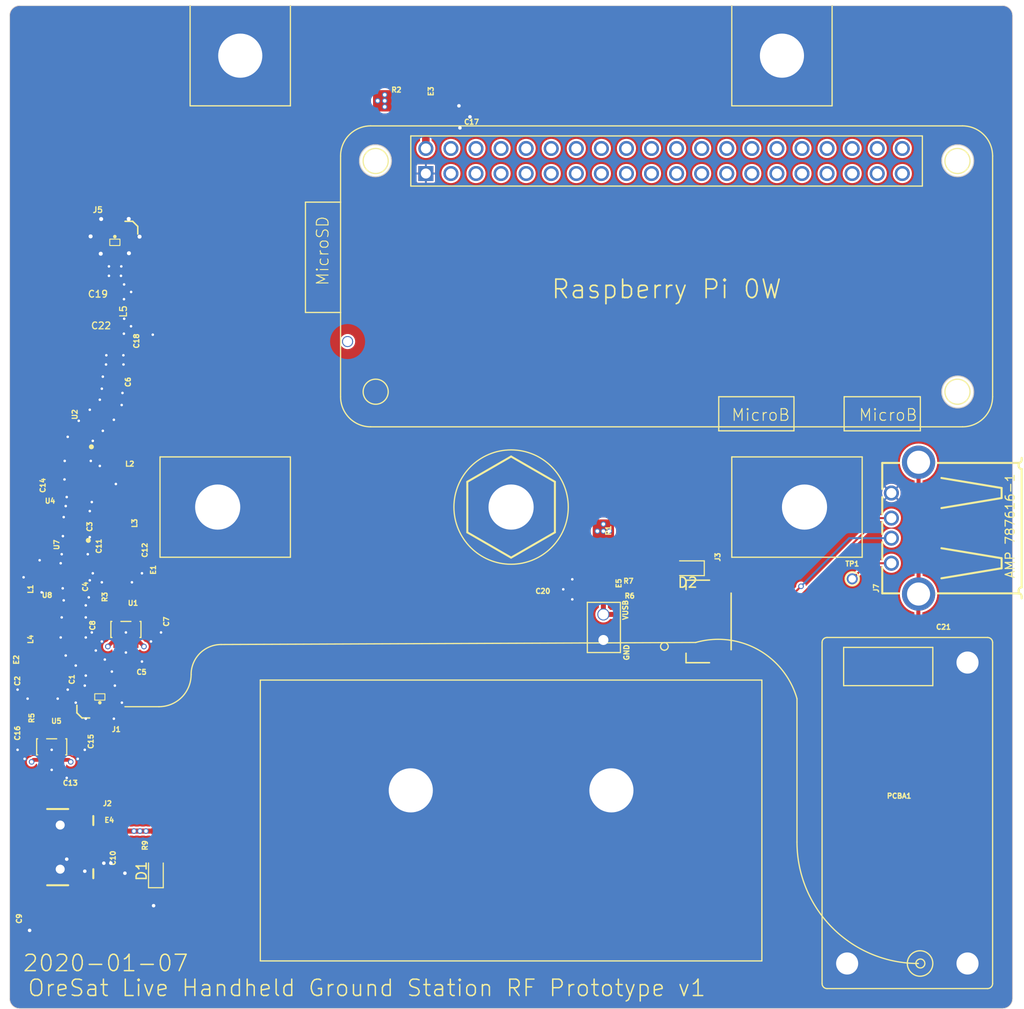
<source format=kicad_pcb>
(kicad_pcb (version 20240108) (generator "pcbnew") (generator_version "8.0")
  (layers (0 "F.Cu" signal) (1 "In1.Cu" signal) (2 "In2.Cu" signal) (31 "B.Cu" signal) (34 "B.Paste" user) (35 "F.Paste" user) (36 "B.SilkS" user "B.Silkscreen") (37 "F.SilkS" user "F.Silkscreen") (38 "B.Mask" user) (39 "F.Mask" user) (44 "Edge.Cuts" user))
  (net 0 "")
  (net 1 "GND")
  (net 2 "Net-(C1-Pad1)")
  (net 3 "Net-(U4-OUT)")
  (net 4 "Net-(U7-RF_IN)")
  (net 5 "Net-(U8-IN)")
  (net 6 "Net-(U7-RF_OUT)")
  (net 7 "VBUS")
  (net 8 "Net-(C18-Pad1)")
  (net 9 "Net-(U2-RF_IN)")
  (net 10 "Net-(U1-BYPASS)")
  (net 11 "Net-(U1-VOUT)")
  (net 12 "Net-(J2-SHIELD)")
  (net 13 "Net-(C11-Pad1)")
  (net 14 "Net-(U4-IN)")
  (net 15 "Net-(U2-RF_OUT)")
  (net 16 "Net-(U5-BYPASS)")
  (net 17 "Net-(U5-VOUT)")
  (net 18 "Net-(C17-Pad2)")
  (net 19 "Net-(C20-Pad2)")
  (net 20 "Net-(J7-CG1)")
  (net 21 "Net-(E1-Pad1)")
  (net 22 "Net-(E2-Pad1)")
  (net 23 "Net-(E3-Pad1)")
  (net 24 "Net-(E4-Pad1)")
  (net 25 "Net-(E5-Pad1)")
  (net 26 "Net-(J1-SIGNAL)")
  (net 27 "Net-(C18-Pad2)")
  (net 28 "Net-(J7-D-)")
  (net 29 "Net-(J3-Pad6)")
  (net 30 "Net-(J7-D+)")
  (net 31 "Net-(J7-VBUS)")
  (net 32 "Net-(L1-Pad2)")
  (net 33 "Net-(L2-Pad2)")
  (net 46 "Net-(J5-SIGNAL)")
  (net 47 "Net-(D1-A)")
  (net 48 "Net-(D2-A)")
  (net 49 "Net-(D2-K)")
  (footprint "oresat-passives:0603-B-NOSILK" (layer "F.Cu") (at 112.6011 116.7036 -90)
    (property "Reference" "C7")
    (property "Value" "10 nF")
  )
  (footprint "oresat-passives:L3216C" (layer "F.Cu") (at 101.7011 118.4036 -90)
    (property "Reference" "L4")
    (property "Value" "8n")
  )
  (footprint "oresat-passives:0603-B-NOSILK" (layer "F.Cu") (at 109.1011 137.3036)
    (property "Reference" "E4")
    (property "Value" "BLM18DN381SZ1D")
  )
  (footprint "oresat-passives:0603-B-NOSILK" (layer "F.Cu") (at 157.7011 109.1036 -90)
    (property "Reference" "R1")
    (property "Value" "0")
  )
  (footprint "oresat-passives:0402-C-NOSILK" (layer "F.Cu") (at 105.5011 103.1036 -90)
    (property "Reference" "C14")
    (property "Value" "100 pF")
  )
  (footprint "oresat-passives:0603-B-NOSILK" (layer "F.Cu") (at 140.0011 65.3036 -90)
    (property "Reference" "E3")
    (property "Value" "BLM18DN381SZ1D")
  )
  (footprint "oresat-passives:0402-C-NOSILK" (layer "F.Cu") (at 109.45 83.54 180)
    (property "Reference" "C19")
    (property "Value" "0.9 pF")
  )
  (footprint "LED_SMD:LED_0603_1608Metric_Pad1.05x0.95mm_HandSolder" (layer "F.Cu") (at 113.09 141.2875 90)
    (property "Reference" "D1")
    (property "Value" "Green")
  )
  (footprint "oresat-passives:0603-B-NOSILK" (layer "F.Cu") (at 137.7011 64.5036)
    (property "Reference" "R2")
    (property "Value" "0")
  )
  (footprint "oresat-misc:GHI2_USB_HOST_HORIZONTAL_W_CHASSIS_GND" (layer "F.Cu") (at 199.4011 107.1036 90)
    (property "Reference" "J7")
    (property "Value" "USB_HOST_W/CHASSIS_GND")
  )
  (footprint "oresat-passives:0402-C-NOSILK" (layer "F.Cu") (at 109.45 86.98)
    (property "Reference" "C22")
    (property "Value" "1.0 pF")
  )
  (footprint "oresat-passives:0402-C-NOSILK" (layer "F.Cu") (at 105.2011 107.0036 -90)
    (property "Reference" "C3")
    (property "Value" "100 pF")
  )
  (footprint "oresat-passives:0603-C-NOSILK" (layer "F.Cu") (at 103.3011 122.4036 -90)
    (property "Reference" "C1")
    (property "Value" "100 pF")
  )
  (footprint "" (layer "F.Cu") (at 138.5011 133.2436)
    (property "Reference" "@HOLE5" (hide yes))
    (property "Value" "")
  )
  (footprint "oresat-passives:0603-B-NOSILK" (layer "F.Cu") (at 102.5511 132.0036 180)
    (property "Reference" "C13")
    (property "Value" "1 uF")
  )
  (footprint "oresat-passives:0603-B-NOSILK" (layer "F.Cu") (at 162.8011 112.2036 180)
    (property "Reference" "R7")
    (property "Value" "1k")
  )
  (footprint "oresat-passives:L3216C" (layer "F.Cu") (at 109.2011 106.8036 -90)
    (property "Reference" "L3")
    (property "Value" "8n")
  )
  (footprint "oresat-passives:0603-B-NOSILK" (layer "F.Cu") (at 155.4011 113.2036)
    (property "Reference" "C20")
    (property "Value" "1 uF")
  )
  (footprint "oresat-misc:TestPoint-0.75mm-th" (layer "F.Cu") (at 182.51 112.16)
    (property "Reference" "TP1")
    (property "Value" "Test-Point" (hide yes))
  )
  (footprint "oresat-passives:0603-B-NOSILK" (layer "F.Cu") (at 110.0011 120.4036 180)
    (property "Reference" "C5")
    (property "Value" "1 uF")
  )
  (footprint "oresat-ics:QPQ1907" (layer "F.Cu") (at 105.5011 104.9036 90)
    (property "Reference" "U4")
    (property "Value" "QPQ1907" (hide yes))
  )
  (footprint "oresat-passives:0603-C-NOSILK" (layer "F.Cu") (at 100.5011 145.6036 90)
    (property "Reference" "C9")
    (property "Value" "100 pF")
  )
  (footprint "oresat-passives:0603-B-NOSILK" (layer "F.Cu") (at 101.8011 125.4036 90)
    (property "Reference" "R5")
    (property "Value" "0")
  )
  (footprint "oresat-ics:SOT-23 LP2985" (layer "F.Cu") (at 110.1011 117.2036 90)
    (property "Reference" "U1")
    (property "Value" "LP2985-N")
  )
  (footprint "oresat-connectors:USB-MINIB" (layer "F.Cu") (at 103.5511 138.9036)
    (property "Reference" "J2")
    (property "Value" "USB_C_Plug_USB2.0")
  )
  (footprint "oresat-ics:QPQ1907" (layer "F.Cu") (at 105.2011 114.3036 90)
    (property "Reference" "U8")
    (property "Value" "B39162B9417K610" (hide yes))
  )
  (footprint "oresat-passives:0603-C-NOSILK" (layer "F.Cu") (at 110.7011 110.8036 -90)
    (property "Reference" "C12")
    (property "Value" "1 uF")
  )
  (footprint "oresat-passives:0603-B-NOSILK" (layer "F.Cu") (at 157.7011 112.4036 -90)
    (property "Reference" "E5")
    (property "Value" "BLM18GG471SZ1D")
  )
  (footprint "oresat-passives:0603-B-NOSILK" (layer "F.Cu") (at 109.2011 113.8036 90)
    (property "Reference" "R3")
    (property "Value" "0")
  )
  (footprint "oresat-passives:0402-C-NOSILK" (layer "F.Cu") (at 109 85.53 -90)
    (property "Reference" "L5")
    (property "Value" "4.3 nH")
  )
  (footprint "oresat-passives:0603-B-NOSILK" (layer "F.Cu") (at 107.7011 116.7036 -90)
    (property "Reference" "C8")
    (property "Value" "2.2 uF")
  )
  (footprint "oresat-passives:0603-B-NOSILK" (layer "F.Cu") (at 162.8011 113.9036)
    (property "Reference" "R6")
    (property "Value" "0")
  )
  (footprint "" (layer "F.Cu") (at 158.5011 133.2436)
    (property "Reference" "@HOLE4" (hide yes))
    (property "Value" "")
  )
  (footprint "oresat-ics:SOT-23 LP2985" (layer "F.Cu") (at 102.7011 128.9036 90)
    (property "Reference" "U5")
    (property "Value" "LP2985-N")
  )
  (footprint "" (layer "F.Cu") (at 177.7511 105.0036)
    (property "Reference" "@HOLE1" (hide yes))
    (property "Value" "")
  )
  (footprint "oresat-connectors:CONN_SM06B-SRSS-TB_JST" (layer "F.Cu") (at 168.2011 116.4036 90)
    (property "Reference" "J3")
    (property "Value" "SM06B-SRSS-TB(LF)(SN)" (hide yes))
  )
  (footprint "" (layer "F.Cu") (at 175.5011 60.0036)
    (property "Reference" "@HOLE2" (hide yes))
    (property "Value" "")
  )
  (footprint "oresat-passives:0603-B-NOSILK" (layer "F.Cu") (at 105.1011 128.4036 -90)
    (property "Reference" "C15")
    (property "Value" "10 nF")
  )
  (footprint "oresat-passives:0402-C-NOSILK" (layer "F.Cu") (at 109 88.61 90)
    (property "Reference" "C18")
    (property "Value" "100 pF")
  )
  (footprint "" (layer "F.Cu") (at 121.5011 60.0036)
    (property "Reference" "@HOLE3" (hide yes))
    (property "Value" "")
  )
  (footprint "oresat-misc:RASP_PI_0W" (layer "F.Cu") (at 164.0011 82.0036)
    (property "Reference" "PCBA2" (hide yes))
    (property "Value" "RASP_PI_0WPI_0W" (hide yes))
  )
  (footprint "oresat-passives:L3216C" (layer "F.Cu") (at 101.7011 113.4036 -90)
    (property "Reference" "L1")
    (property "Value" "10n")
  )
  (footprint "LED_SMD:LED_0603_1608Metric_Pad1.05x0.95mm_HandSolder" (layer "F.Cu") (at 166.1 111.1 180)
    (property "Reference" "D2")
    (property "Value" "Green")
  )
  (footprint "oresat-passives:0603-B-NOSILK" (layer "F.Cu") (at 113.1011 138.1036 90)
    (property "Reference" "R9")
    (property "Value" "1k")
  )
  (footprint "" (layer "F.Cu") (at 148.5011 105.0036)
    (property "Reference" "@HOLE6" (hide yes))
    (property "Value" "")
  )
  (footprint "oresat-passives:0603-B-NOSILK" (layer "F.Cu") (at 109.2011 110.8036 90)
    (property "Reference" "E1")
    (property "Value" "BLM18GG471SZ1D")
  )
  (footprint "oresat-passives:0603-B-NOSILK" (layer "F.Cu") (at 142.5511 66.1036 180)
    (property "Reference" "C17")
    (property "Value" "1 uF")
  )
  (footprint "oresat-passives:0603-B-NOSILK" (layer "F.Cu") (at 100.3011 128.4036 -90)
    (property "Reference" "C16")
    (property "Value" "2.2 uF")
  )
  (footprint "oresat-connectors:U.FL" (layer "F.Cu") (at 108.9989 78.04 -90)
    (property "Reference" "J5")
    (property "Value" "132134-10")
  )
  (footprint "" (layer "F.Cu") (at 119.2511 105.0036)
    (property "Reference" "@HOLE0" (hide yes))
    (property "Value" "")
  )
  (footprint "oresat-passives:L3216C" (layer "F.Cu") (at 109.06 102.71)
    (property "Reference" "L2")
    (property "Value" "10n")
  )
  (footprint "oresat-passives:0603-C-NOSILK" (layer "F.Cu") (at 107.7011 110.8036 -90)
    (property "Reference" "C11")
    (property "Value" "100 pF")
  )
  (footprint "oresat-ics:TQP3M9037" (layer "F.Cu") (at 104.95 109.7 -90)
    (property "Reference" "U7")
    (property "Value" "TQP3M9037" (hide yes))
  )
  (footprint "oresat-passives:0603-C-NOSILK" (layer "F.Cu") (at 189.8011 116.5036 180)
    (property "Reference" "C21")
    (property "Value" "100 pF")
  )
  (footprint "oresat-ics:TQP3M9037" (layer "F.Cu") (at 105.26 100.37 -90)
    (property "Reference" "U2")
    (property "Value" "TQP3M9037" (hide yes))
  )
  (footprint "oresat-passives:0603-B-NOSILK" (layer "F.Cu") (at 101.8011 122.4036 90)
    (property "Reference" "E2")
    (property "Value" "BLM18GG471SZ1D")
  )
  (footprint "oresat-connectors:U.FL" (layer "F.Cu") (at 107.5011 124.5036 90)
    (property "Reference" "J1")
    (property "Value" "U.FL")
  )
  (footprint "oresat-passives:0402-C-NOSILK" (layer "F.Cu") (at 105.2011 112.3036 -90)
    (property "Reference" "C4")
    (property "Value" "100 pF")
  )
  (footprint "oresat-passives:0402-C-NOSILK" (layer "F.Cu") (at 109.0011 92.1536 -90)
    (property "Reference" "C6")
    (property "Value" "100 pF")
  )
  (footprint "oresat-passives:0603-C-NOSILK" (layer "F.Cu") (at 100.3011 122.4036 -90)
    (property "Reference" "C2")
    (property "Value" "1 uF")
  )
  (footprint "oresat-passives:0603-B-NOSILK" (layer "F.Cu") (at 109.9011 139.6036 90)
    (property "Reference" "C10")
    (property "Value" "1 uF")
  )
  (footprint "HGS_Reflector:WF-NP9202" (layer "F.Cu") (at 188.0011 135.5036)
    (property "Reference" "PCBA1")
    (property "Value" "WF-NP9202WF")
  )
  (gr_line (start 126.5011 100.0036) (end 126.5011 110.0036) (stroke (width 0.127)) (layer "F.SilkS"))
  (gr_line (start 148.5011 99.9626) (end 152.8667 102.4831) (stroke (width 0.2)) (layer "F.SilkS"))
  (gr_arc (start 189.1011 150.5036) (mid 180.545108 146.959592) (end 177.0011 138.4036) (stroke (width 0.127)) (layer "F.SilkS"))
  (gr_line (start 183.5011 110.0036) (end 170.5011 110.0036) (stroke (width 0.127)) (layer "F.SilkS"))
  (gr_line (start 166.9011 118.5036) (end 119.6011 118.7036) (stroke (width 0.127)) (layer "F.SilkS"))
  (gr_line (start 177.0011 138.4036) (end 177.0011 124.1036) (stroke (width 0.127)) (layer "F.SilkS"))
  (gr_line (start 126.5011 55.0036) (end 126.5011 65.0036) (stroke (width 0.127)) (layer "F.SilkS"))
  (gr_line (start 152.8667 107.5241) (end 148.5011 110.0446) (stroke (width 0.2)) (layer "F.SilkS"))
  (gr_circle (center 148.5011 105.0036) (end 154.2011 105.0036) (stroke (width 0.127)) (fill none) (layer "F.SilkS"))
  (gr_line (start 152.8667 102.4831) (end 152.8667 107.5241) (stroke (width 0.2)) (layer "F.SilkS"))
  (gr_line (start 148.5011 110.044591) (end 152.866718 107.524091) (stroke (width 0.127)) (layer "F.SilkS"))
  (gr_line (start 170.5011 100.0036) (end 183.5011 100.0036) (stroke (width 0.127)) (layer "F.SilkS"))
  (gr_line (start 150.683909 101.22286) (end 148.5011 99.96261) (stroke (width 0.127)) (layer "F.SilkS"))
  (gr_line (start 146.31829 108.784341) (end 148.5011 110.044591) (stroke (width 0.127)) (layer "F.SilkS"))
  (gr_line (start 152.866718 107.524091) (end 152.866718 102.4831) (stroke (width 0.127)) (layer "F.SilkS"))
  (gr_line (start 113.5011 110.0036) (end 113.5011 100.0036) (stroke (width 0.127)) (layer "F.SilkS"))
  (gr_line (start 148.5011 110.0446) (end 144.1355 107.5241) (stroke (width 0.2)) (layer "F.SilkS"))
  (gr_line (start 148.5011 99.96261) (end 146.31829 101.22286) (stroke (width 0.127)) (layer "F.SilkS"))
  (gr_line (start 126.5011 110.0036) (end 113.5011 110.0036) (stroke (width 0.127)) (layer "F.SilkS"))
  (gr_line (start 183.5011 100.0036) (end 183.5011 110.0036) (stroke (width 0.127)) (layer "F.SilkS"))
  (gr_arc (start 116.6011 121.7036) (mid 115.663842 123.966342) (end 113.4011 124.9036) (stroke (width 0.127)) (layer "F.SilkS"))
  (gr_arc (start 116.6011 121.7036) (mid 117.47978 119.58228) (end 119.6011 118.7036) (stroke (width 0.127)) (layer "F.SilkS"))
  (gr_line (start 144.1355 107.5241) (end 144.1355 102.4831) (stroke (width 0.2)) (layer "F.SilkS"))
  (gr_line (start 159.4011 119.5036) (end 156.1011 119.5036) (stroke (width 0.127)) (layer "F.SilkS"))
  (gr_line (start 152.866718 102.4831) (end 150.683909 101.22286) (stroke (width 0.127)) (layer "F.SilkS"))
  (gr_line (start 144.135468 102.4831) (end 144.135468 107.524091) (stroke (width 0.127)) (layer "F.SilkS"))
  (gr_line (start 173.5011 122.24826) (end 173.5011 150.24826) (stroke (width 0.127)) (layer "F.SilkS"))
  (gr_line (start 170.5011 110.0036) (end 170.5011 100.0036) (stroke (width 0.127)) (layer "F.SilkS"))
  (gr_line (start 144.135468 107.524091) (end 146.31829 108.784341) (stroke (width 0.127)) (layer "F.SilkS"))
  (gr_line (start 123.5011 122.24826) (end 173.5011 122.24826) (stroke (width 0.127)) (layer "F.SilkS"))
  (gr_line (start 146.31829 101.22286) (end 144.135468 102.4831) (stroke (width 0.127)) (layer "F.SilkS"))
  (gr_line (start 170.5011 65.0036) (end 170.5011 55.0036) (stroke (width 0.127)) (layer "F.SilkS"))
  (gr_line (start 180.5011 65.0036) (end 170.5011 65.0036) (stroke (width 0.127)) (layer "F.SilkS"))
  (gr_line (start 156.1011 119.5036) (end 156.1011 114.5036) (stroke (width 0.127)) (layer "F.SilkS"))
  (gr_line (start 123.5011 122.24826) (end 123.5011 150.24826) (stroke (width 0.127)) (layer "F.SilkS"))
  (gr_line (start 113.4011 124.9036) (end 110.0011 124.9036) (stroke (width 0.127)) (layer "F.SilkS"))
  (gr_line (start 144.1355 102.4831) (end 148.5011 99.9626) (stroke (width 0.2)) (layer "F.SilkS"))
  (gr_line (start 126.5011 65.0036) (end 116.5011 65.0036) (stroke (width 0.127)) (layer "F.SilkS"))
  (gr_arc (start 166.9011 118.5036) (mid 173.110898 119.211822) (end 177.0011 124.1036) (stroke (width 0.127)) (layer "F.SilkS"))
  (gr_line (start 123.5011 150.24826) (end 173.5011 150.24826) (stroke (width 0.127)) (layer "F.SilkS"))
  (gr_line (start 116.5011 65.0036) (end 116.5011 55.0036) (stroke (width 0.127)) (layer "F.SilkS"))
  (gr_line (start 180.5011 55.0036) (end 180.5011 65.0036) (stroke (width 0.127)) (layer "F.SilkS"))
  (gr_line (start 156.1011 114.5036) (end 159.4011 114.5036) (stroke (width 0.127)) (layer "F.SilkS"))
  (gr_line (start 113.5011 100.0036) (end 126.5011 100.0036) (stroke (width 0.127)) (layer "F.SilkS"))
  (gr_line (start 159.4011 114.5036) (end 159.4011 119.5036) (stroke (width 0.127)) (layer "F.SilkS"))
  (gr_circle (center 193.0261 70.4786) (end 194.6136 70.4786) (stroke (width 0.1)) (fill none) (layer "Edge.Cuts"))
  (gr_line (start 99.5011 155.0036) (end 197.5011 155.0036) (stroke (width 0.05)) (layer "Edge.Cuts"))
  (gr_circle (center 134.9761 70.4786) (end 136.5636 70.4786) (stroke (width 0.1)) (fill none) (layer "Edge.Cuts"))
  (gr_arc (start 98.5011 56.0036) (mid 98.793993 55.296493) (end 99.5011 55.0036) (stroke (width 0.05)) (layer "Edge.Cuts"))
  (gr_arc (start 198.5011 154.0036) (mid 198.208207 154.710707) (end 197.5011 155.0036) (stroke (width 0.05)) (layer "Edge.Cuts"))
  (gr_line (start 198.5011 154.0036) (end 198.5011 56.0036) (stroke (width 0.05)) (layer "Edge.Cuts"))
  (gr_arc (start 197.5011 55.0036) (mid 198.208207 55.296493) (end 198.5011 56.0036) (stroke (width 0.05)) (layer "Edge.Cuts"))
  (gr_line (start 197.5011 55.0036) (end 99.5011 55.0036) (stroke (width 0.05)) (layer "Edge.Cuts"))
  (gr_arc (start 99.5011 155.0036) (mid 98.793993 154.710707) (end 98.5011 154.0036) (stroke (width 0.05)) (layer "Edge.Cuts"))
  (gr_circle (center 193.0261 93.5286) (end 194.6136 93.5286) (stroke (width 0.1)) (fill none) (layer "Edge.Cuts"))
  (gr_line (start 98.5011 56.0036) (end 98.5011 154.0036) (stroke (width 0.05)) (layer "Edge.Cuts"))
  (gr_text "VUSB" (at 159.6011 114.2036 90) (layer "F.SilkS") (effects (font (size 0.508 0.508) (thickness 0.127)) (justify right top)))
  (gr_text "2020-01-07" (at 99.7311 151.4236 0) (layer "F.SilkS") (effects (font (size 1.63576 1.63576) (thickness 0.14224)) (justify left bottom)))
  (gr_text "OreSat Live Handheld Ground Station RF Prototype v1" (at 100.2111 153.9036 0) (layer "F.SilkS") (effects (font (size 1.63576 1.63576) (thickness 0.14224)) (justify left bottom)))
  (gr_text "GND" (at 159.72 118.64 90) (layer "F.SilkS") (effects (font (size 0.508 0.508) (thickness 0.127)) (justify right top)))
  (via (at 132.2011 88.5036) (size 1.1032) (drill 0.9) (layers "F.Cu" "B.Cu") (net 0))
  (segment (start 104.9156 114.3036) (end 103.7011 114.3036) (width 0.25) (layer "F.Cu") (net 1))
  (segment (start 104.7011 109.7036) (end 103.7011 109.7036) (width 0.25) (layer "F.Cu") (net 1))
  (segment (start 105.4866 114.7986) (end 106.3961 114.7986) (width 0.25) (layer "F.Cu") (net 1))
  (segment (start 105.2156 104.9036) (end 103.9011 104.9036) (width 0.25) (layer "F.Cu") (net 1))
  (segment (start 105.7866 105.3986) (end 106.6961 105.3986) (width 0.25) (layer "F.Cu") (net 1))
  (segment (start 104.9011 109.7036) (end 106.5011 109.7036) (width 0.25) (layer "F.Cu") (net 1))
  (segment (start 105.7866 104.9036) (end 106.7011 104.9036) (width 0.25) (layer "F.Cu") (net 1))
  (segment (start 105.4866 114.3036) (end 106.4011 114.3036) (width 0.25) (layer "F.Cu") (net 1))
  (segment (start 105.0011 100.6036) (end 105.2011 100.4036) (width 0.25) (layer "F.Cu") (net 1))
  (segment (start 104.9011 109.7036) (end 104.7011 109.7036) (width 0.25) (layer "F.Cu") (net 1))
  (segment (start 105.01 101.37) (end 105.01 100.62) (width 0.25) (layer "F.Cu") (net 1))
  (segment (start 104.7011 110.5536) (end 104.7011 109.7036) (width 0.25) (layer "F.Cu") (net 1))
  (via (at 104.1011 119.8036) (size 0.4572) (drill 0.254) (layers "F.Cu" "B.Cu") (net 1))
  (via (at 105.4011 96.4036) (size 0.4572) (drill 0.254) (layers "F.Cu" "B.Cu") (net 1))
  (via (at 144.4011 66.1036) (size 0.5532) (drill 0.35) (layers "F.Cu" "B.Cu") (net 1))
  (via (at 111.7011 120.4036) (size 0.4572) (drill 0.254) (layers "F.Cu" "B.Cu") (net 1))
  (via (at 103.3011 124.1036) (size 0.4572) (drill 0.254) (layers "F.Cu" "B.Cu") (net 1))
  (via (at 103.8011 113.1036) (size 0.4572) (drill 0.254) (layers "F.Cu" "B.Cu") (net 1))
  (via (at 154.6011 114.2036) (size 0.4572) (drill 0.254) (layers "F.Cu" "B.Cu") (net 1))
  (via (at 103.9011 114.3036) (size 0.4572) (drill 0.254) (layers "F.Cu" "B.Cu") (net 1))
  (via (at 109.9 87.72) (size 0.4572) (drill 0.254) (layers "F.Cu" "B.Cu") (net 1))
  (via (at 106.5011 95.3036) (size 0.4572) (drill 0.254) (layers "F.Cu" "B.Cu") (net 1))
  (via (at 108.9011 96.3036) (size 0.4572) (drill 0.254) (layers "F.Cu" "B.Cu") (net 1))
  (via (at 106.1011 118.0036) (size 0.4572) (drill 0.254) (layers "F.Cu" "B.Cu") (net 1))
  (via (at 113.6011 117.5036) (size 0.4572) (drill 0.254) (layers "F.Cu" "B.Cu") (net 1))
  (via (at 106.1011 116.0036) (size 0.4572) (drill 0.254) (layers "F.Cu" "B.Cu") (net 1))
  (via (at 107.6325 76.2889) (size 0.8) (drill 0.4) (layers "F.Cu" "B.Cu") (net 1))
  (via (at 108.9011 126.1036) (size 0.4572) (drill 0.254) (layers "F.Cu" "B.Cu") (net 1))
  (via (at 101.5011 110.3036) (size 0.4572) (drill 0.254) (layers "F.Cu" "B.Cu") (net 1))
  (via (at 108.41 81.01) (size 0.4572) (drill 0.254) (layers "F.Cu" "B.Cu") (net 1))
  (via (at 106.1011 114.8036) (size 0.4572) (drill 0.254) (layers "F.Cu" "B.Cu") (net 1))
  (via (at 143.3011 65.0036) (size 0.5532) (drill 0.35) (layers "F.Cu" "B.Cu") (net 1))
  (via (at 107.7011 118.4036) (size 0.4572) (drill 0.254) (layers "F.Cu" "B.Cu") (net 1))
  (via (at 111.4625 78.0489) (size 0.8) (drill 0.4) (layers "F.Cu" "B.Cu") (net 1))
  (via (at 109.64 81.01) (size 0.4572) (drill 0.254) (layers "F.Cu" "B.Cu") (net 1))
  (via (at 102.7011 131.2036) (size 0.4572) (drill 0.254) (layers "F.Cu" "B.Cu") (net 1))
  (via (at 99.3011 129.2036) (size 0.4572) (drill 0.254) (layers "F.Cu" "B.Cu") (net 1))
  (via (at 109.1011 102.7036) (size 0.4572) (drill 0.254) (layers "F.Cu" "B.Cu") (net 1))
  (via (at 112.6011 118.4036) (size 0.4572) (drill 0.254) (layers "F.Cu" "B.Cu") (net 1))
  (via (at 104.1011 104.9036) (size 0.4572) (drill 0.254) (layers "F.Cu" "B.Cu") (net 1))
  (via (at 104.2011 104.0036) (size 0.4572) (drill 0.254) (layers "F.Cu" "B.Cu") (net 1))
  (via (at 107.8011 97.4036) (size 0.4572) (drill 0.254) (layers "F.Cu" "B.Cu") (net 1))
  (via (at 106.7011 104.5036) (size 0.4572) (drill 0.254) (layers "F.Cu" "B.Cu") (net 1))
  (via (at 103.6011 110.6036) (size 0.4572) (drill 0.254) (layers "F.Cu" "B.Cu") (net 1))
  (via (at 100.0011 130.1036) (size 0.4572) (drill 0.254) (layers "F.Cu" "B.Cu") (net 1))
  (via (at 153.7011 113.2036) (size 0.4572) (drill 0.254) (layers "F.Cu" "B.Cu") (net 1))
  (via (at 103.82 107.9) (size 0.4572) (drill 0.254) (layers "F.Cu" "B.Cu") (net 1))
  (via (at 102.7011 129.2036) (size 0.4572) (drill 0.254) (layers "F.Cu" "B.Cu") (net 1))
  (via (at 109.61 81.95) (size 0.4572) (drill 0.254) (layers "F.Cu" "B.Cu") (net 1))
  (via (at 112.78 87.82) (size 0.4572) (drill 0.254) (layers "F.Cu" "B.Cu") (net 1))
  (via (at 106.8011 98.4036) (size 0.4572) (drill 0.254) (layers "F.Cu" "B.Cu") (net 1))
  (via (at 109.7011 124.5036) (size 0.4572) (drill 0.254) (layers "F.Cu" "B.Cu") (net 1))
  (via (at 107.8011 92.0036) (size 0.4572) (drill 0.254) (layers "F.Cu" "B.Cu") (net 1))
  (via (at 103.7011 116.0036) (size 0.4572) (drill 0.254) (layers "F.Cu" "B.Cu") (net 1))
  (via (at 103.98 102.25) (size 0.4572) (drill 0.254) (layers "F.Cu" "B.Cu") (net 1))
  (via (at 110.3825 76.2789) (size 0.8) (drill 0.4) (layers "F.Cu" "B.Cu") (net 1))
  (via (at 106.8011 111.6036) (size 0.4572) (drill 0.254) (layers "F.Cu" "B.Cu") (net 1))
  (via (at 109.91 84.28) (size 0.4572) (drill 0.254) (layers "F.Cu" "B.Cu") (net 1))
  (via (at 103.6011 118.0036) (size 0.4572) (drill 0.254) (layers "F.Cu" "B.Cu") (net 1))
  (via (at 107.5925 79.7489) (size 0.8) (drill 0.4) (layers "F.Cu" "B.Cu") (net 1))
  (via (at 108.41 81.95) (size 0.4572) (drill 0.254) (layers "F.Cu" "B.Cu") (net 1))
  (via (at 106.5825 78.0189) (size 0.8) (drill 0.4) (layers "F.Cu" "B.Cu") (net 1))
  (via (at 109.85 89.87) (size 0.4572) (drill 0.254) (layers "F.Cu" "B.Cu") (net 1))
  (via (at 106.5011 112.3036) (size 0.4572) (drill 0.254) (layers "F.Cu" "B.Cu") (net 1))
  (via (at 157.7011 118.2536) (size 1.2032) (drill 1) (layers "F.Cu" "B.Cu") (net 1))
  (via (at 108.0011 120.2036) (size 0.4572) (drill 0.254) (layers "F.Cu" "B.Cu") (net 1))
  (via (at 109.76 93.63) (size 0.4572) (drill 0.254) (layers "F.Cu" "B.Cu") (net 1))
  (via (at 112.86 144.74) (size 0.5532) (drill 0.35) (layers "F.Cu" "B.Cu") (net 1))
  (via (at 109.68 94.83) (size 0.4572) (drill 0.254) (layers "F.Cu" "B.Cu") (net 1))
  (via (at 106.5011 108.0036) (size 0.4572) (drill 0.254) (layers "F.Cu" "B.Cu") (net 1))
  (via (at 106.3011 109.7036) (size 0.4572) (drill 0.254) (layers "F.Cu" "B.Cu") (net 1))
  (via (at 106.6011 100.4036) (size 0.4572) (drill 0.254) (layers "F.Cu" "B.Cu") (net 1))
  (via (at 110.4025 79.6989) (size 0.8) (drill 0.4) (layers "F.Cu" "B.Cu") (net 1))
  (via (at 104.3011 98.0036) (size 0.4572) (drill 0.254) (layers "F.Cu" "B.Cu") (net 1))
  (via (at 110.7011 112.5036) (size 0.4572) (drill 0.254) (layers "F.Cu" "B.Cu") (net 1))
  (via (at 110.61 86.98) (size 0.4572) (drill 0.254) (layers "F.Cu" "B.Cu") (net 1))
  (via (at 108.7011 121.4036) (size 0.4572) (drill 0.254) (layers "F.Cu" "B.Cu") (net 1))
  (via (at 99.9011 112.0036) (size 0.4572) (drill 0.254) (layers "F.Cu" "B.Cu") (net 1))
  (via (at 104.2011 140.1036) (size 0.5532) (drill 0.35) (layers "F.Cu" "B.Cu") (net 1))
  (via (at 105.3011 130.1036) (size 0.4572) (drill 0.254) (layers "F.Cu" "B.Cu") (net 1))
  (via (at 104.3011 123.2036) (size 0.4572) (drill 0.254) (layers "F.Cu" "B.Cu") (net 1))
  (via (at 100.5011 147.2036) (size 0.5532) (drill 0.35) (layers "F.Cu" "B.Cu") (net 1))
  (via (at 110.1011 117.5036) (size 0.4572) (drill 0.254) (layers "F.Cu" "B.Cu") (net 1))
  (via (at 104.0011 100.4036) (size 0.4572) (drill 0.254) (layers "F.Cu" "B.Cu") (net 1))
  (via (at 106.1011 126.1036) (size 0.4572) (drill 0.254) (layers "F.Cu" "B.Cu") (net 1))
  (via (at 100.3011 124.1036) (size 0.4572) (drill 0.254) (layers "F.Cu" "B.Cu") (net 1))
  (via (at 109.93 86.23) (size 0.4572) (drill 0.254) (layers "F.Cu" "B.Cu") (net 1))
  (via (at 106.0011 141.3036) (size 0.5532) (drill 0.35) (layers "F.Cu" "B.Cu") (net 1))
  (via (at 107.7011 93.2036) (size 0.4572) (drill 0.254) (layers "F.Cu" "B.Cu") (net 1))
  (via (at 107.5011 94.3036) (size 0.4572) (drill 0.254) (layers "F.Cu" "B.Cu") (net 1))
  (via (at 108.6011 140.5036) (size 0.5532) (drill 0.35) (layers "F.Cu" "B.Cu") (net 1))
  (via (at 111.7011 111.6036) (size 0.4572) (drill 0.254) (layers "F.Cu" "B.Cu") (net 1))
  (via (at 107.7011 112.5036) (size 0.4572) (drill 0.254) (layers "F.Cu" "B.Cu") (net 1))
  (via (at 99.3011 123.2036) (size 0.4572) (drill 0.254) (layers "F.Cu" "B.Cu") (net 1))
  (via (at 107.1011 119.3036) (size 0.4572) (drill 0.254) (layers "F.Cu" "B.Cu") (net 1))
  (via (at 106.0011 129.2036) (size 0.4572) (drill 0.254) (layers "F.Cu" "B.Cu") (net 1))
  (via (at 110.62 83.56) (size 0.4572) (drill 0.254) (layers "F.Cu" "B.Cu") (net 1))
  (via (at 110.0011 141.5036) (size 0.5532) (drill 0.35) (layers "F.Cu" "B.Cu") (net 1))
  (via (at 106.1011 121.8036) (size 0.4572) (drill 0.254) (layers "F.Cu" "B.Cu") (net 1))
  (via (at 105.1011 120.8036) (size 0.4572) (drill 0.254) (layers "F.Cu" "B.Cu") (net 1))
  (via (at 110.1011 119.5036) (size 0.4572) (drill 0.254) (layers "F.Cu" "B.Cu") (net 1))
  (via (at 104.2011 132.0036) (size 0.4572) (drill 0.254) (layers "F.Cu" "B.Cu") (net 1))
  (via (at 106.5011 105.4036) (size 0.4572) (drill 0.254) (layers "F.Cu" "B.Cu") (net 1))
  (via (at 106.7011 117.5036) (size 0.4572) (drill 0.254) (layers "F.Cu" "B.Cu") (net 1))
  (via (at 108.12 90.79) (size 0.4572) (drill 0.254) (layers "F.Cu" "B.Cu") (net 1))
  (via (at 101.7011 113.5036) (size 0.4572) (drill 0.254) (layers "F.Cu" "B.Cu") (net 1))
  (via (at 107.9011 140.5036) (size 0.5532) (drill 0.35) (layers "F.Cu" "B.Cu") (net 1))
  (via (at 143.4011 67.2036) (size 0.5532) (drill 0.35) (layers "F.Cu" "B.Cu") (net 1))
  (via (at 109.0011 122.8036) (size 0.4572) (drill 0.254) (layers "F.Cu" "B.Cu") (net 1))
  (via (at 106.0011 122.8036) (size 0.4572) (drill 0.254) (layers "F.Cu" "B.Cu") (net 1))
  (via (at 107.5011 100.9036) (size 0.4572) (drill 0.254) (layers "F.Cu" "B.Cu") (net 1))
  (via (at 109.86 90.79) (size 0.4572) (drill 0.254) (layers "F.Cu" "B.Cu") (net 1))
  (via (at 103.9011 106.0036) (size 0.4572) (drill 0.254) (layers "F.Cu" "B.Cu") (net 1))
  (via (at 109.92 82.81) (size 0.4572) (drill 0.254) (layers "F.Cu" "B.Cu") (net 1))
  (via (at 103.7011 109.7036) (size 0.4572) (drill 0.254) (layers "F.Cu" "B.Cu") (net 1))
  (via (at 108.15 89.87) (size 0.4572) (drill 0.254) (layers "F.Cu" "B.Cu") (net 1))
  (via (at 154.6011 112.2036) (size 0.4572) (drill 0.254) (layers "F.Cu" "B.Cu") (net 1))
  (via (at 105.1011 124.5036) (size 0.4572) (drill 0.254) (layers "F.Cu" "B.Cu") (net 1))
  (via (at 106.4011 114.0036) (size 0.4572) (drill 0.254) (layers "F.Cu" "B.Cu") (net 1))
  (segment (start 101.7011 119.9036) (end 101.8011 120.0036) (width 0.38) (layer "F.Cu") (net 2))
  (segment (start 103.3011 121.7036) (end 101.8011 121.6036) (width 0.38) (layer "F.Cu") (net 2))
  (segment (start 101.8011 120.0036) (end 101.8011 121.6036) (width 0.38) (layer "F.Cu") (net 2))
  (segment (start 100.3011 121.7036) (end 101.8011 121.6036) (width 0.38) (layer "F.Cu") (net 2))
  (segment (start 105.2156 105.3986) (end 105.2156 105.7891) (width 0.25) (layer "F.Cu") (net 3))
  (segment (start 105.2156 105.7891) (end 105.2011 105.8036) (width 0.25) (layer "F.Cu") (net 3))
  (segment (start 105.2011 105.8036) (end 105.2011 106.5536) (width 0.38) (layer "F.Cu") (net 3))
  (segment (start 105.2011 107.4536) (end 105.2011 108.1036) (width 0.38) (layer "F.Cu") (net 4))
  (segment (start 105.2011 108.1036) (end 105.2011 108.818604) (width 0.3) (layer "F.Cu") (net 4))
  (segment (start 105.2011 113.3036) (end 105.2011 112.7536) (width 0.38) (layer "F.Cu") (net 5))
  (segment (start 105.2011 113.8086) (end 105.2011 113.3036) (width 0.25) (layer "F.Cu") (net 5))
  (segment (start 105.2011 111.2036) (end 105.2011 111.8536) (width 0.38) (layer "F.Cu") (net 6))
  (segment (start 101.7511 111.8536) (end 101.7011 111.9036) (width 0.38) (layer "F.Cu") (net 6))
  (segment (start 105.2011 110.5536) (end 105.2011 111.2036) (width 0.3) (layer "F.Cu") (net 6))
  (segment (start 105.2011 111.8536) (end 101.7511 111.8536) (width 0.38) (layer "F.Cu") (net 6))
  (segment (start 111.5011 137.3036) (end 110.9011 137.3036) (width 0.5) (layer "F.Cu") (net 7))
  (segment (start 109.2011 120.4036) (end 109.1511 120.4036) (width 0.38) (layer "F.Cu") (net 7))
  (segment (start 109.9011 137.3036) (end 110.9011 137.3036) (width 0.5) (layer "F.Cu") (net 7))
  (segment (start 111.5011 118.5036) (end 111.9011 118.9036) (width 0.38) (layer "F.Cu") (net 7))
  (segment (start 109.9011 137.3036) (end 109.9011 138.8036) (width 0.5) (layer "F.Cu") (net 7))
  (segment (start 109.1511 120.4036) (end 109.1511 118.5036) (width 0.38) (layer "F.Cu") (net 7))
  (segment (start 109.1511 118.5036) (end 108.7011 118.5036) (width 0.38) (layer "F.Cu") (net 7))
  (segment (start 101.7511 130.2036) (end 101.7511 132.0036) (width 0.38) (layer "F.Cu") (net 7))
  (segment (start 103.6511 130.2036) (end 104.4011 130.2036) (width 0.38) (layer "F.Cu") (net 7))
  (segment (start 100.9011 130.2036) (end 100.7011 130.4036) (width 0.38) (layer "F.Cu") (net 7))
  (segment (start 104.4011 130.2036) (end 104.6011 130.4036) (width 0.38) (layer "F.Cu") (net 7))
  (segment (start 108.7011 118.5036) (end 108.3011 118.9036) (width 0.38) (layer "F.Cu") (net 7))
  (segment (start 111.0511 118.5036) (end 111.5011 118.5036) (width 0.38) (layer "F.Cu") (net 7))
  (segment (start 113.1011 137.3036) (end 112.1011 137.3036) (width 0.5) (layer "F.Cu") (net 7))
  (segment (start 112.1011 137.3036) (end 111.5011 137.3036) (width 0.5) (layer "F.Cu") (net 7))
  (segment (start 101.7511 130.2036) (end 100.9011 130.2036) (width 0.38) (layer "F.Cu") (net 7))
  (via (at 158.3011 107.4036) (size 0.5532) (drill 0.35) (layers "F.Cu" "B.Cu") (net 7))
  (via (at 111.9011 118.9036) (size 0.5532) (drill 0.35) (layers "F.Cu" "B.Cu") (net 7))
  (via (at 112.1011 137.3036) (size 0.5532) (drill 0.35) (layers "F.Cu" "B.Cu") (net 7))
  (via (at 108.3011 118.9036) (size 0.5532) (drill 0.35) (layers "F.Cu" "B.Cu") (net 7))
  (via (at 135.9011 64.5036) (size 0.5532) (drill 0.35) (layers "F.Cu" "B.Cu") (net 7))
  (via (at 111.5011 137.3036) (size 0.5532) (drill 0.35) (layers "F.Cu" "B.Cu") (net 7))
  (via (at 157.1011 107.4036) (size 0.5532) (drill 0.35) (layers "F.Cu" "B.Cu") (net 7))
  (via (at 157.7011 107.4036) (size 0.5532) (drill 0.35) (layers "F.Cu" "B.Cu") (net 7))
  (via (at 100.7011 130.4036) (size 0.5532) (drill 0.35) (layers "F.Cu" "B.Cu") (net 7))
  (via (at 135.9011 63.9036) (size 0.5532) (drill 0.35) (layers "F.Cu" "B.Cu") (net 7))
  (via (at 135.9011 65.1036) (size 0.5532) (drill 0.35) (layers "F.Cu" "B.Cu") (net 7))
  (via (at 110.9011 137.3036) (size 0.5532) (drill 0.35) (layers "F.Cu" "B.Cu") (net 7))
  (via (at 135.2011 64.5036) (size 0.5532) (drill 0.35) (layers "F.Cu" "B.Cu") (net 7))
  (via (at 157.7011 106.7036) (size 0.5532) (drill 0.35) (layers "F.Cu" "B.Cu") (net 7))
  (via (at 104.6011 130.4036) (size 0.5532) (drill 0.35) (layers "F.Cu" "B.Cu") (net 7))
  (segment (start 109.0011 91.7036) (end 109.0011 89.0536) (width 0.38) (layer "F.Cu") (net 8))
  (segment (start 108.808206 94.666697) (end 108.808206 94.666697) (width 0.38) (layer "F.Cu") (net 9))
  (segment (start 105.5011 98.9036) (end 105.5011 98.388016) (width 0.38) (layer "F.Cu") (net 9))
  (segment (start 108.912866 94.530302) (end 108.978659 94.371465) (width 0.38) (layer "F.Cu") (net 9))
  (segment (start 105.793993 97.68091) (end 108.808206 94.666697) (width 0.38) (layer "F.Cu") (net 9))
  (segment (start 109.0011 94.201013) (end 109.0011 92.6036) (width 0.38) (layer "F.Cu") (net 9))
  (segment (start 105.5011 98.388016) (end 105.520315 98.192926) (width 0.38) (layer "F.Cu") (net 9))
  (segment (start 105.577221 98.005333) (end 105.793993 97.68091) (width 0.38) (layer "F.Cu") (net 9))
  (segment (start 105.5011 98.388016) (end 105.5011 98.388016) (width 0.38) (layer "F.Cu") (net 9))
  (segment (start 108.808206 94.666697) (end 108.912866 94.530302) (width 0.38) (layer "F.Cu") (net 9))
  (segment (start 105.5011 99.518604) (end 105.5011 98.9036) (width 0.3) (layer "F.Cu") (net 9))
  (segment (start 105.520315 98.192926) (end 105.577221 98.005333) (width 0.38) (layer "F.Cu") (net 9))
  (segment (start 108.978659 94.371465) (end 109.0011 94.201013) (width 0.38) (layer "F.Cu") (net 9))
  (segment (start 111.0511 115.9036) (end 112.6011 115.9036) (width 0.38) (layer "F.Cu") (net 10))
  (segment (start 109.2011 114.6036) (end 109.1511 114.6536) (width 0.38) (layer "F.Cu") (net 11))
  (segment (start 109.1511 115.9036) (end 107.7011 115.9036) (width 0.38) (layer "F.Cu") (net 11))
  (segment (start 109.1511 114.6536) (end 109.1511 115.9036) (width 0.38) (layer "F.Cu") (net 11))
  (segment (start 99.9011 134.2036) (end 100.5511 134.2036) (width 0.3) (layer "F.Cu") (net 12))
  (segment (start 106.0511 143.4036) (end 100.5511 143.4036) (width 0.3) (layer "F.Cu") (net 12))
  (segment (start 99.9011 134.4036) (end 99.9011 134.2036) (width 0.3) (layer "F.Cu") (net 12))
  (segment (start 100.5511 134.4036) (end 99.9011 134.4036) (width 0.3) (layer "F.Cu") (net 12))
  (segment (start 100.5511 143.4036) (end 100.3011 143.4036) (width 0.3) (layer "F.Cu") (net 12))
  (segment (start 106.0511 134.4036) (end 100.5511 134.4036) (width 0.3) (layer "F.Cu") (net 12))
  (segment (start 100.5511 134.4036) (end 100.5511 143.4036) (width 0.3) (layer "F.Cu") (net 12))
  (segment (start 100.3011 143.4036) (end 100.3011 143.5036) (width 0.3) (layer "F.Cu") (net 12))
  (segment (start 100.3011 143.5036) (end 100.5511 143.5036) (width 0.3) (layer "F.Cu") (net 12))
  (segment (start 100.5011 144.9036) (end 100.5011 143.4036) (width 0.3) (layer "F.Cu") (net 12))
  (segment (start 100.5011 143.4036) (end 100.5511 143.4036) (width 0.3) (layer "F.Cu") (net 12))
  (segment (start 100.5511 134.2036) (end 100.5511 134.4036) (width 0.3) (layer "F.Cu") (net 12))
  (segment (start 100.5511 143.5036) (end 100.5511 143.4036) (width 0.3) (layer "F.Cu") (net 12))
  (segment (start 110.7011 110.1036) (end 109.2011 110.0036) (width 0.38) (layer "F.Cu") (net 13))
  (segment (start 109.2011 108.3036) (end 109.2011 110.0036) (width 0.38) (layer "F.Cu") (net 13))
  (segment (start 107.7011 110.1036) (end 109.2011 110.0036) (width 0.38) (layer "F.Cu") (net 13))
  (segment (start 105.5011 103.5536) (end 105.5011 104.4086) (width 0.25) (layer "F.Cu") (net 14))
  (segment (start 105.5011 102.6536) (end 107.3911 102.6536) (width 0.38) (layer "F.Cu") (net 15))
  (segment (start 105.5011 101.8036) (end 105.5011 102.6536) (width 0.38) (layer "F.Cu") (net 15))
  (segment (start 105.5011 101.2536) (end 105.5011 101.8036) (width 0.3) (layer "F.Cu") (net 15))
  (segment (start 107.3911 102.6536) (end 107.4511 102.7136) (width 0.38) (layer "F.Cu") (net 15))
  (segment (start 103.6511 127.6036) (end 105.1011 127.6036) (width 0.38) (layer "F.Cu") (net 16))
  (segment (start 101.8011 127.5536) (end 101.8011 126.2036) (width 0.38) (layer "F.Cu") (net 17))
  (segment (start 101.7511 127.6036) (end 100.3011 127.6036) (width 0.38) (layer "F.Cu") (net 17))
  (segment (start 101.7511 127.6036) (end 101.8011 127.5536) (width 0.38) (layer "F.Cu") (net 17))
  (segment (start 140.0011 66.1036) (end 140.0011 69.2536) (width 0.75) (layer "F.Cu") (net 18))
  (segment (start 141.7511 66.1036) (end 140.0011 66.1036) (width 0.75) (layer "F.Cu") (net 18))
  (segment (start 162.7011 118.9036) (end 165.6944 118.9036) (width 0.5) (layer "F.Cu") (net 19))
  (segment (start 162.0011 115.7036) (end 162.0011 118.2036) (width 0.5) (layer "F.Cu") (net 19))
  (segment (start 162.0011 112.2036) (end 162.0011 115.7036) (width 0.5) (layer "F.Cu") (net 19))
  (segment (start 157.7011 115.7036) (end 162.0011 115.7036) (width 0.5) (layer "F.Cu") (net 19))
  (segment (start 162.0011 118.2036) (end 162.7011 118.9036) (width 0.5) (layer "F.Cu") (net 19))
  (segment (start 157.7011 113.2036) (end 157.7011 115.7036) (width 0.5) (layer "F.Cu") (net 19))
  (segment (start 162.0011 113.9036) (end 162.0011 112.2036) (width 0.2) (layer "F.Cu") (net 19))
  (segment (start 156.2011 113.2036) (end 157.7011 113.2036) (width 0.5) (layer "F.Cu") (net 19))
  (via (at 157.7011 115.7036) (size 1.2032) (drill 1) (layers "F.Cu" "B.Cu") (net 19))
  (segment (start 189.1011 113.6937) (end 189.1212 113.6736) (width 0.3) (layer "F.Cu") (net 20))
  (segment (start 189.1011 116.5036) (end 189.1011 113.6937) (width 0.4) (layer "F.Cu") (net 20))
  (segment (start 189.1212 113.6736) (end 189.1212 100.5336) (width 0.4) (layer "F.Cu") (net 20))
  (segment (start 109.2011 111.6036) (end 109.2011 113.0036) (width 0.38) (layer "F.Cu") (net 21))
  (segment (start 101.8011 123.2036) (end 101.8011 124.6036) (width 0.38) (layer "F.Cu") (net 22))
  (segment (start 138.5011 64.5036) (end 140.0011 64.5036) (width 0.75) (layer "F.Cu") (net 23))
  (segment (start 106.0511 137.3036) (end 108.3011 137.3036) (width 0.5) (layer "F.Cu") (net 24))
  (segment (start 157.7011 109.9036) (end 157.7011 111.6036) (width 0.5) (layer "F.Cu") (net 25))
  (segment (start 105.067841 118.830041) (end 105.183549 119.064674) (width 0.38) (layer "F.Cu") (net 26))
  (segment (start 104.983748 118.582311) (end 105.067841 118.830041) (width 0.38) (layer "F.Cu") (net 26))
  (segment (start 104.9156 115.2036) (end 104.9156 118.064672) (width 0.38) (layer "F.Cu") (net 26))
  (segment (start 104.9011 115.2036) (end 104.9011 114.8131) (width 0.25) (layer "F.Cu") (net 26))
  (segment (start 107.087806 121.089504) (end 107.23315 121.307027) (width 0.38) (layer "F.Cu") (net 26))
  (segment (start 105.183549 119.064674) (end 105.501387 119.478888) (width 0.38) (layer "F.Cu") (net 26))
  (segment (start 105.501387 119.478888) (end 106.915312 120.892813) (width 0.38) (layer "F.Cu") (net 26))
  (segment (start 106.915312 120.892813) (end 107.087806 121.089504) (width 0.38) (layer "F.Cu") (net 26))
  (segment (start 107.48399 122.045976) (end 107.5011 122.307029) (width 0.38) (layer "F.Cu") (net 26))
  (segment (start 104.9011 114.8131) (end 104.9156 114.7986) (width 0.25) (layer "F.Cu") (net 26))
  (segment (start 106.915312 120.892813) (end 106.915312 120.892813) (width 0.38) (layer "F.Cu") (net 26))
  (segment (start 107.432952 121.78939) (end 107.48399 122.045976) (width 0.38) (layer "F.Cu") (net 26))
  (segment (start 104.9156 118.064673) (end 104.93271 118.325725) (width 0.38) (layer "F.Cu") (net 26))
  (segment (start 107.23315 121.307027) (end 107.348859 121.54166) (width 0.38) (layer "F.Cu") (net 26))
  (segment (start 107.348859 121.54166) (end 107.432952 121.78939) (width 0.38) (layer "F.Cu") (net 26))
  (segment (start 104.9156 115.2036) (end 104.9011 115.2036) (width 0.25) (layer "F.Cu") (net 26))
  (segment (start 104.93271 118.325725) (end 104.983748 118.582311) (width 0.38) (layer "F.Cu") (net 26))
  (segment (start 104.9156 118.064672) (end 104.9156 118.064673) (width 0.38) (layer "F.Cu") (net 26))
  (segment (start 107.5011 122.307029) (end 107.5011 122.9786) (width 0.38) (layer "F.Cu") (net 26))
  (segment (start 109 86.98) (end 109 88.16) (width 0.25) (layer "F.Cu") (net 27))
  (segment (start 109 85.98) (end 109 86.98) (width 0.25) (layer "F.Cu") (net 27))
  (segment (start 173.4011 116.9036) (end 165.6944 116.9036) (width 0.2) (layer "F.Cu") (net 28))
  (segment (start 177.4011 112.9036) (end 173.4011 116.9036) (width 0.2) (layer "F.Cu") (net 28))
  (via (at 177.4011 112.9036) (size 0.5532) (drill 0.35) (layers "F.Cu" "B.Cu") (net 28))
  (segment (start 186.4111 108.1036) (end 182.2011 108.1036) (width 0.2) (layer "B.Cu") (net 28))
  (segment (start 182.2011 108.1036) (end 177.4011 112.9036) (width 0.2) (layer "B.Cu") (net 28))
  (segment (start 163.6011 113.9036) (end 165.6944 113.9036) (width 0.2) (layer "F.Cu") (net 29))
  (segment (start 186.4111 106.1036) (end 185.1011 106.1036) (width 0.2) (layer "F.Cu") (net 30))
  (segment (start 185.1011 106.1036) (end 173.3011 117.9036) (width 0.2) (layer "F.Cu") (net 30))
  (segment (start 173.3011 117.9036) (end 165.6944 117.9036) (width 0.2) (layer "F.Cu") (net 30))
  (segment (start 184.0664 110.6036) (end 186.4111 110.6036) (width 0.2) (layer "F.Cu") (net 31))
  (segment (start 182.51 112.16) (end 184.0664 110.6036) (width 0.2) (layer "F.Cu") (net 31))
  (segment (start 101.7011 114.9036) (end 101.7011 116.9036) (width 0.38) (layer "F.Cu") (net 32))
  (segment (start 110.4511 104.9536) (end 110.1011 105.3036) (width 0.38) (layer "F.Cu") (net 33))
  (segment (start 110.4511 102.7136) (end 110.4511 104.9536) (width 0.38) (layer "F.Cu") (net 33))
  (segment (start 110.1011 105.3036) (end 109.2011 105.3036) (width 0.38) (layer "F.Cu") (net 33))
  (segment (start 108.9989 83.5389) (end 109 83.54) (width 0.25) (layer "F.Cu") (net 46))
  (segment (start 108.9989 79.565) (end 108.9989 83.5389) (width 0.25) (layer "F.Cu") (net 46))
  (segment (start 109 83.54) (end 109 85.08) (width 0.25) (layer "F.Cu") (net 46))
  (segment (start 113.1011 138.9036) (end 113.1011 140.3266) (width 0.3) (layer "F.Cu") (net 47))
  (segment (start 164.1011 111.1036) (end 165.2241 111.1036) (width 0.2) (layer "F.Cu") (net 48))
  (segment (start 163.6011 111.6036) (end 164.1011 111.1036) (width 0.2) (layer "F.Cu") (net 48))
  (segment (start 163.6011 112.2036) (end 163.6011 111.6036) (width 0.2) (layer "F.Cu") (net 48))
  (segment (start 166.9781 114.5266) (end 166.6011 114.9036) (width 0.2) (layer "F.Cu") (net 49))
  (segment (start 166.9781 111.1036) (end 166.9781 114.5266) (width 0.2) (layer "F.Cu") (net 49))
  (segment (start 166.6011 114.9036) (end 165.6944 114.9036) (width 0.2) (layer "F.Cu") (net 49))
  (zone (net 7) (net_name "VBUS") (layer "F.Cu") (priority 6) (connect_pads yes (clearance 0.2)) (min_thickness 0.0635) (fill yes (thermal_gap 0.508) (thermal_bridge_width 0.508))
    (polygon (pts (xy 158.7646 108.8671) (xy 156.6376 108.8671) (xy 156.6376 106.2401) (xy 158.7646 106.2401)))
  )
  (zone (net 1) (net_name "GND") (layer "F.Cu") (connect_pads (clearance 0.2)) (min_thickness 0.0635) (fill yes (thermal_gap 0.177) (thermal_bridge_width 0.177))
    (polygon (pts (xy 198.5646 155.0671) (xy 98.4376 155.0671) (xy 98.4376 54.9401) (xy 198.5646 54.9401)))
  )
  (zone (net 0) (net_name "") (layer "F.Cu") (connect_pads (clearance 0)) (min_thickness 0.254)
    (keepout (tracks not_allowed) (vias not_allowed) (pads not_allowed) (copperpour not_allowed) (footprints allowed))
    (fill (thermal_gap 0.508) (thermal_bridge_width 0.508))
    (polygon (pts (xy 153.5511 105.0036) (xy 153.474379 104.126677) (xy 153.246548 103.276398) (xy 152.874528 102.4786) (xy 152.369624 101.757523) (xy 151.747177 101.135076) (xy 151.0261 100.630172) (xy 150.228302 100.258152) (xy 149.378023 100.030321) (xy 148.5011 99.9536) (xy 147.624177 100.030321) (xy 146.773898 100.258152) (xy 145.9761 100.630172) (xy 145.255023 101.135076) (xy 144.632576 101.757523) (xy 144.127672 102.4786) (xy 143.755652 103.276398) (xy 143.527821 104.126677) (xy 143.4511 105.0036) (xy 143.527821 105.880523) (xy 143.755652 106.730802) (xy 144.127672 107.5286) (xy 144.632576 108.249677) (xy 145.255023 108.872124) (xy 145.9761 109.377028) (xy 146.773898 109.749048) (xy 147.624177 109.976879) (xy 148.5011 110.0536) (xy 149.378023 109.976879) (xy 150.228302 109.749048) (xy 151.0261 109.377028) (xy 151.747177 108.872124) (xy 152.369624 108.249677) (xy 152.874528 107.5286) (xy 153.246548 106.730802) (xy 153.474379 105.880523)))
    (polygon (pts (xy 153.4511 105.0036) (xy 153.375898 104.144042) (xy 153.152578 103.3106) (xy 152.787926 102.5286) (xy 152.29302 101.821801) (xy 151.682899 101.21168) (xy 150.9761 100.716774) (xy 150.1941 100.352122) (xy 149.360658 100.128802) (xy 148.5011 100.0536) (xy 147.641542 100.128802) (xy 146.8081 100.352122) (xy 146.0261 100.716774) (xy 145.319301 101.21168) (xy 144.70918 101.821801) (xy 144.214274 102.5286) (xy 143.849622 103.3106) (xy 143.626302 104.144042) (xy 143.5511 105.0036) (xy 143.626302 105.863158) (xy 143.849622 106.6966) (xy 144.214274 107.4786) (xy 144.70918 108.185399) (xy 145.319301 108.79552) (xy 146.0261 109.290426) (xy 146.8081 109.655078) (xy 147.641542 109.878398) (xy 148.5011 109.9536) (xy 149.360658 109.878398) (xy 150.1941 109.655078) (xy 150.9761 109.290426) (xy 151.682899 108.79552) (xy 152.29302 108.185399) (xy 152.787926 107.4786) (xy 153.152578 106.6966) (xy 153.375898 105.863158)))
  )
  (zone (net 7) (net_name "VBUS") (layer "F.Cu") (priority 6) (connect_pads yes (clearance 0.2)) (min_thickness 0.0635) (fill yes (thermal_gap 0.508) (thermal_bridge_width 0.508))
    (polygon (pts (xy 137.3646 65.5671) (xy 134.7376 65.5671) (xy 134.7376 63.4401) (xy 137.3646 63.4401)))
  )
  (zone (net 1) (net_name "GND") (layer "B.Cu") (connect_pads (clearance 0.4)) (min_thickness 0.0635) (fill yes (thermal_gap 0.177) (thermal_bridge_width 0.177))
    (polygon (pts (xy 198.5646 155.0671) (xy 98.4376 155.0671) (xy 98.4376 54.9401) (xy 198.5646 54.9401)))
  )
  (zone (net 0) (net_name "") (layer "B.Cu") (connect_pads (clearance 0)) (min_thickness 0.254)
    (keepout (tracks not_allowed) (vias not_allowed) (pads not_allowed) (copperpour not_allowed) (footprints allowed))
    (fill (thermal_gap 0.508) (thermal_bridge_width 0.508))
    (polygon (pts (xy 133.9511 88.5036) (xy 133.924514 88.199716) (xy 133.845562 87.905065) (xy 133.716644 87.6286) (xy 133.541678 87.378722) (xy 133.325978 87.163022) (xy 133.0761 86.988056) (xy 132.799635 86.859138) (xy 132.504984 86.780186) (xy 132.2011 86.7536) (xy 131.897216 86.780186) (xy 131.602565 86.859138) (xy 131.3261 86.988056) (xy 131.076222 87.163022) (xy 130.860522 87.378722) (xy 130.685556 87.6286) (xy 130.556638 87.905065) (xy 130.477686 88.199716) (xy 130.4511 88.5036) (xy 130.477686 88.807484) (xy 130.556638 89.102135) (xy 130.685556 89.3786) (xy 130.860522 89.628478) (xy 131.076222 89.844178) (xy 131.3261 90.019144) (xy 131.602565 90.148062) (xy 131.897216 90.227014) (xy 132.2011 90.2536) (xy 132.504984 90.227014) (xy 132.799635 90.148062) (xy 133.0761 90.019144) (xy 133.325978 89.844178) (xy 133.541678 89.628478) (xy 133.716644 89.3786) (xy 133.845562 89.102135) (xy 133.924514 88.807484)))
    (polygon (pts (xy 133.8511 88.5036) (xy 133.826033 88.217081) (xy 133.751593 87.939267) (xy 133.630042 87.6786) (xy 133.465073 87.443) (xy 133.2617 87.239627) (xy 133.0261 87.074658) (xy 132.765433 86.953107) (xy 132.487619 86.878667) (xy 132.2011 86.8536) (xy 131.914581 86.878667) (xy 131.636767 86.953107) (xy 131.3761 87.074658) (xy 131.1405 87.239627) (xy 130.937127 87.443) (xy 130.772158 87.6786) (xy 130.650607 87.939267) (xy 130.576167 88.217081) (xy 130.5511 88.5036) (xy 130.576167 88.790119) (xy 130.650607 89.067933) (xy 130.772158 89.3286) (xy 130.937127 89.5642) (xy 131.1405 89.767573) (xy 131.3761 89.932542) (xy 131.636767 90.054093) (xy 131.914581 90.128533) (xy 132.2011 90.1536) (xy 132.487619 90.128533) (xy 132.765433 90.054093) (xy 133.0261 89.932542) (xy 133.2617 89.767573) (xy 133.465073 89.5642) (xy 133.630042 89.3286) (xy 133.751593 89.067933) (xy 133.826033 88.790119)))
  )
)
</source>
